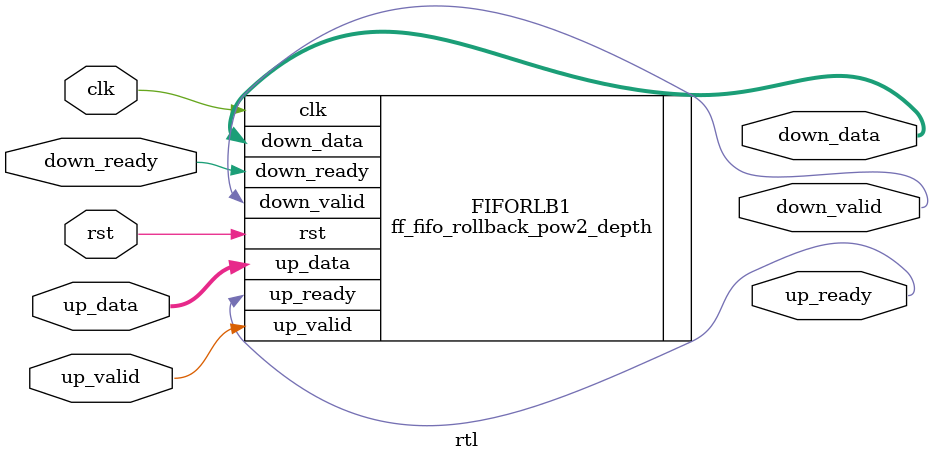
<source format=sv>

module rtl #(parameter D_WIDTH = 6, A_WIDTH = 3)
(
input                   clk,
input                   rst,
input  [(D_WIDTH-1):0]  up_data,
input                   up_valid,
output                  up_ready,
output [(D_WIDTH-1):0]  down_data,
output                  down_valid,
input                   down_ready
);

ff_fifo_rollback_pow2_depth # (.D_WIDTH (D_WIDTH), .A_WIDTH(A_WIDTH))
FIFORLB1
(       .clk(clk),
        .rst(rst),
        .up_data(up_data),
        .up_valid(up_valid),
        .up_ready(up_ready),
        .down_data(down_data),
        .down_valid(down_valid),
        .down_ready(down_ready));

endmodule

</source>
